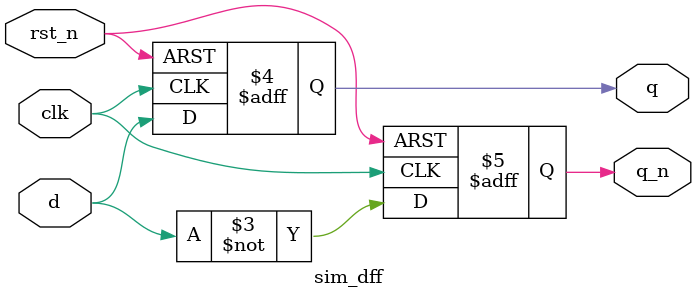
<source format=v>
`default_nettype none

module sim_dff (
	input  wire d,
	output reg  q,
	output reg  q_n,
	input  wire clk,
	input  wire rst_n
);

	always @(posedge clk or negedge rst_n)
		if (~rst_n) begin
			q   <= 1'b0;
			q_n <= 1'b1;
		end else begin
			q   <=  d;
			q_n <= ~d;
		end

endmodule
</source>
